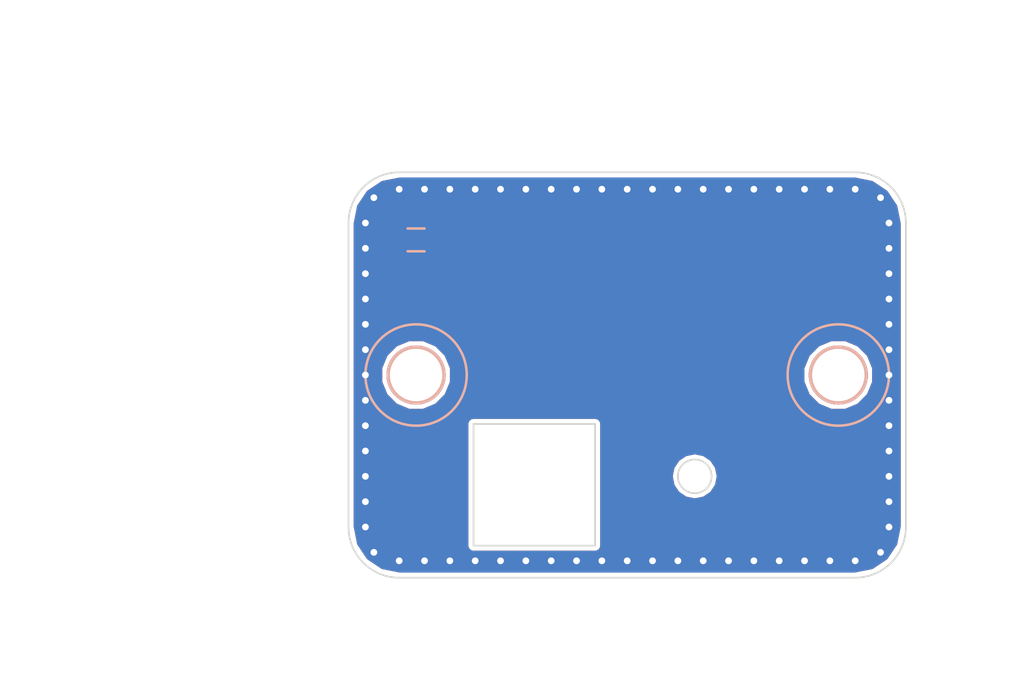
<source format=kicad_pcb>
(kicad_pcb (version 4) (host pcbnew "(2015-05-21 BZR 5674)-product")

  (general
    (links 1)
    (no_connects 0)
    (area 111.949999 88.949999 145.050001 113.050001)
    (thickness 1.6)
    (drawings 33)
    (tracks 146)
    (zones 0)
    (modules 4)
    (nets 2)
  )

  (page A4)
  (layers
    (0 F.Cu signal)
    (31 B.Cu signal)
    (32 B.Adhes user)
    (33 F.Adhes user)
    (34 B.Paste user)
    (35 F.Paste user)
    (36 B.SilkS user)
    (37 F.SilkS user)
    (38 B.Mask user)
    (39 F.Mask user)
    (40 Dwgs.User user)
    (41 Cmts.User user)
    (42 Eco1.User user)
    (43 Eco2.User user)
    (44 Edge.Cuts user)
    (45 Margin user)
    (46 B.CrtYd user)
    (47 F.CrtYd user)
    (48 B.Fab user)
    (49 F.Fab user)
  )

  (setup
    (last_trace_width 0.25)
    (trace_clearance 0.2)
    (zone_clearance 0.254)
    (zone_45_only no)
    (trace_min 0.2)
    (segment_width 0.2)
    (edge_width 0.1)
    (via_size 0.6)
    (via_drill 0.4)
    (via_min_size 0.4)
    (via_min_drill 0.3)
    (uvia_size 0.3)
    (uvia_drill 0.1)
    (uvias_allowed no)
    (uvia_min_size 0.2)
    (uvia_min_drill 0.1)
    (pcb_text_width 0.3)
    (pcb_text_size 1.5 1.5)
    (mod_edge_width 0.15)
    (mod_text_size 1 1)
    (mod_text_width 0.15)
    (pad_size 1.5 1.5)
    (pad_drill 0.6)
    (pad_to_mask_clearance 0)
    (aux_axis_origin 0 0)
    (visible_elements FFFFFF7F)
    (pcbplotparams
      (layerselection 0x00030_80000001)
      (usegerberextensions false)
      (excludeedgelayer true)
      (linewidth 0.100000)
      (plotframeref false)
      (viasonmask false)
      (mode 1)
      (useauxorigin false)
      (hpglpennumber 1)
      (hpglpenspeed 20)
      (hpglpendiameter 15)
      (hpglpenoverlay 2)
      (psnegative false)
      (psa4output false)
      (plotreference true)
      (plotvalue true)
      (plotinvisibletext false)
      (padsonsilk false)
      (subtractmaskfromsilk false)
      (outputformat 1)
      (mirror false)
      (drillshape 1)
      (scaleselection 1)
      (outputdirectory ""))
  )

  (net 0 "")
  (net 1 GND)

  (net_class Default "This is the default net class."
    (clearance 0.2)
    (trace_width 0.25)
    (via_dia 0.6)
    (via_drill 0.4)
    (uvia_dia 0.3)
    (uvia_drill 0.1)
    (add_net GND)
  )

  (module LOGO (layer F.Cu) (tedit 0) (tstamp 5574124E)
    (at 123 95.25)
    (fp_text reference G*** (at 0 0) (layer F.SilkS) hide
      (effects (font (thickness 0.3)))
    )
    (fp_text value "ESD Warn" (at 0.75 0) (layer F.SilkS) hide
      (effects (font (thickness 0.3)))
    )
    (fp_poly (pts (xy 3.485801 3.771504) (xy -0.368911 3.771513) (xy -0.376418 3.771513) (xy -0.376418 2.805827)
      (xy -0.379221 2.770833) (xy -0.386691 2.737173) (xy -0.398866 2.705035) (xy -0.403645 2.69533)
      (xy -0.414087 2.677333) (xy -0.425683 2.661798) (xy -0.439562 2.647441) (xy -0.456853 2.632973)
      (xy -0.461301 2.629591) (xy -0.488508 2.610931) (xy -0.514185 2.597029) (xy -0.538632 2.587904)
      (xy -0.562148 2.583575) (xy -0.585031 2.584061) (xy -0.60758 2.589381) (xy -0.630095 2.599554)
      (xy -0.652874 2.614598) (xy -0.676216 2.634534) (xy -0.685732 2.643835) (xy -0.69485 2.65324)
      (xy -0.703749 2.662863) (xy -0.712699 2.67307) (xy -0.721971 2.684224) (xy -0.731837 2.696689)
      (xy -0.742567 2.710831) (xy -0.754433 2.727014) (xy -0.767707 2.745601) (xy -0.782659 2.766957)
      (xy -0.799561 2.791448) (xy -0.818683 2.819436) (xy -0.840298 2.851287) (xy -0.841794 2.853497)
      (xy -0.864617 2.8907) (xy -0.883492 2.928851) (xy -0.898168 2.967322) (xy -0.908397 3.005484)
      (xy -0.912967 3.033244) (xy -0.914279 3.049923) (xy -0.914749 3.069268) (xy -0.914421 3.08956)
      (xy -0.913338 3.109073) (xy -0.911544 3.126087) (xy -0.910458 3.132777) (xy -0.90345 3.162571)
      (xy -0.894097 3.190743) (xy -0.882706 3.216827) (xy -0.869585 3.240357) (xy -0.855042 3.260867)
      (xy -0.839384 3.277891) (xy -0.82292 3.290964) (xy -0.805957 3.299619) (xy -0.79875 3.301826)
      (xy -0.786777 3.303515) (xy -0.77234 3.303755) (xy -0.757827 3.302603) (xy -0.747376 3.300614)
      (xy -0.732427 3.295471) (xy -0.715094 3.287595) (xy -0.69673 3.277691) (xy -0.678692 3.266461)
      (xy -0.670083 3.26047) (xy -0.6457 3.241489) (xy -0.619419 3.218625) (xy -0.591798 3.192439)
      (xy -0.563391 3.163497) (xy -0.534756 3.13236) (xy -0.50645 3.099593) (xy -0.484006 3.07207)
      (xy -0.455291 3.03309) (xy -0.430957 2.994107) (xy -0.411043 2.955312) (xy -0.395592 2.916895)
      (xy -0.384644 2.879049) (xy -0.378239 2.841962) (xy -0.376418 2.805827) (xy -0.376418 3.771513)
      (xy -1.620966 3.771516) (xy -1.620966 3.180021) (xy -1.622693 3.154886) (xy -1.626564 3.125633)
      (xy -1.632584 3.092173) (xy -1.640761 3.054416) (xy -1.651102 3.012272) (xy -1.663614 2.965651)
      (xy -1.666958 2.953725) (xy -1.67718 2.918017) (xy -1.686435 2.886833) (xy -1.694908 2.859751)
      (xy -1.702784 2.836348) (xy -1.710251 2.8162) (xy -1.717493 2.798885) (xy -1.724697 2.783981)
      (xy -1.732047 2.771064) (xy -1.739731 2.759712) (xy -1.747933 2.749501) (xy -1.756839 2.74001)
      (xy -1.763756 2.733418) (xy -1.786768 2.715684) (xy -1.812086 2.702409) (xy -1.839333 2.693739)
      (xy -1.868135 2.689819) (xy -1.877154 2.689591) (xy -1.899028 2.690555) (xy -1.917206 2.693581)
      (xy -1.932721 2.698874) (xy -1.938391 2.70166) (xy -1.946112 2.706716) (xy -1.951759 2.712914)
      (xy -1.955606 2.721055) (xy -1.957928 2.731939) (xy -1.959002 2.746369) (xy -1.95914 2.761974)
      (xy -1.958511 2.780885) (xy -1.95686 2.79672) (xy -1.953969 2.811415) (xy -1.953314 2.814038)
      (xy -1.940914 2.856426) (xy -1.925187 2.899902) (xy -1.905988 2.944766) (xy -1.88317 2.991318)
      (xy -1.856588 3.039856) (xy -1.826094 3.090681) (xy -1.793956 3.140474) (xy -1.776143 3.166692)
      (xy -1.760343 3.188717) (xy -1.746248 3.206871) (xy -1.733554 3.221483) (xy -1.721956 3.232876)
      (xy -1.711147 3.241376) (xy -1.700824 3.24731) (xy -1.690681 3.251003) (xy -1.690201 3.251127)
      (xy -1.681638 3.252099) (xy -1.670335 3.251838) (xy -1.658428 3.250531) (xy -1.648054 3.248367)
      (xy -1.644228 3.247072) (xy -1.635346 3.241179) (xy -1.628571 3.231617) (xy -1.623912 3.218296)
      (xy -1.621374 3.201128) (xy -1.620966 3.180021) (xy -1.620966 3.771516) (xy -4.223624 3.771523)
      (xy -4.212341 3.75057) (xy -4.210588 3.747291) (xy -4.206504 3.739637) (xy -4.200146 3.727716)
      (xy -4.191573 3.711636) (xy -4.180841 3.691505) (xy -4.168009 3.667432) (xy -4.153134 3.639523)
      (xy -4.136272 3.607887) (xy -4.117483 3.572633) (xy -4.096823 3.533868) (xy -4.074351 3.491699)
      (xy -4.050123 3.446236) (xy -4.024196 3.397586) (xy -3.99663 3.345857) (xy -3.967481 3.291156)
      (xy -3.936806 3.233593) (xy -3.904664 3.173275) (xy -3.871112 3.11031) (xy -3.836207 3.044806)
      (xy -3.800007 2.976871) (xy -3.76257 2.906613) (xy -3.723952 2.83414) (xy -3.684212 2.75956)
      (xy -3.643408 2.682981) (xy -3.601596 2.604511) (xy -3.558834 2.524259) (xy -3.51518 2.442331)
      (xy -3.470691 2.358836) (xy -3.425425 2.273882) (xy -3.37944 2.187577) (xy -3.332793 2.100029)
      (xy -3.285541 2.011346) (xy -3.249752 1.944175) (xy -3.202152 1.854844) (xy -3.155134 1.766614)
      (xy -3.108754 1.67959) (xy -3.06307 1.59388) (xy -3.018136 1.50959) (xy -2.974012 1.426826)
      (xy -2.930753 1.345695) (xy -2.888416 1.266304) (xy -2.847059 1.188757) (xy -2.806737 1.113163)
      (xy -2.767508 1.039627) (xy -2.729429 0.968256) (xy -2.692556 0.899156) (xy -2.656946 0.832433)
      (xy -2.622657 0.768195) (xy -2.589744 0.706547) (xy -2.558264 0.647596) (xy -2.528276 0.591448)
      (xy -2.499834 0.53821) (xy -2.472997 0.487988) (xy -2.447821 0.440888) (xy -2.424362 0.397017)
      (xy -2.402678 0.356482) (xy -2.382825 0.319388) (xy -2.364861 0.285842) (xy -2.348842 0.255951)
      (xy -2.334824 0.22982) (xy -2.322865 0.207557) (xy -2.313022 0.189268) (xy -2.305351 0.175059)
      (xy -2.299909 0.165037) (xy -2.296753 0.159307) (xy -2.295914 0.157886) (xy -2.293462 0.159091)
      (xy -2.286991 0.162824) (xy -2.276787 0.16891) (xy -2.263132 0.177175) (xy -2.24631 0.187445)
      (xy -2.226605 0.199544) (xy -2.204299 0.213299) (xy -2.179677 0.228535) (xy -2.153022 0.245078)
      (xy -2.124617 0.262753) (xy -2.094745 0.281385) (xy -2.064938 0.300021) (xy -1.836494 0.443003)
      (xy -1.84113 0.450714) (xy -1.843125 0.454201) (xy -1.847368 0.461747) (xy -1.853645 0.472969)
      (xy -1.861743 0.487483) (xy -1.871448 0.504905) (xy -1.882547 0.524851) (xy -1.894825 0.546939)
      (xy -1.908069 0.570782) (xy -1.922066 0.596) (xy -1.930281 0.610809) (xy -1.96723 0.67725)
      (xy -2.002013 0.739414) (xy -2.034772 0.797549) (xy -2.065651 0.851903) (xy -2.094794 0.902723)
      (xy -2.122342 0.950256) (xy -2.14844 0.994749) (xy -2.173231 1.036451) (xy -2.196858 1.075608)
      (xy -2.219464 1.112469) (xy -2.237631 1.141616) (xy -2.249197 1.160157) (xy -2.258395 1.175272)
      (xy -2.26565 1.187775) (xy -2.271387 1.198481) (xy -2.276032 1.208206) (xy -2.280011 1.217764)
      (xy -2.283747 1.227972) (xy -2.285729 1.233784) (xy -2.292663 1.258124) (xy -2.297408 1.283684)
      (xy -2.300131 1.311656) (xy -2.301 1.342991) (xy -2.300709 1.364362) (xy -2.29977 1.385719)
      (xy -2.298102 1.407569) (xy -2.295624 1.430419) (xy -2.292254 1.454776) (xy -2.287912 1.481148)
      (xy -2.282516 1.510041) (xy -2.275985 1.541963) (xy -2.268237 1.57742) (xy -2.259191 1.616921)
      (xy -2.252701 1.644485) (xy -2.240802 1.695506) (xy -2.228275 1.750997) (xy -2.215239 1.810405)
      (xy -2.201813 1.873176) (xy -2.188115 1.938756) (xy -2.174264 2.006591) (xy -2.163877 2.058464)
      (xy -2.157214 2.091605) (xy -2.150252 2.125473) (xy -2.143165 2.159264) (xy -2.136126 2.192173)
      (xy -2.12931 2.223398) (xy -2.122891 2.252132) (xy -2.117042 2.277573) (xy -2.111938 2.298915)
      (xy -2.111422 2.30101) (xy -2.097794 2.352955) (xy -2.083789 2.400042) (xy -2.069312 2.442485)
      (xy -2.054267 2.480498) (xy -2.038561 2.514295) (xy -2.022098 2.544089) (xy -2.004785 2.570094)
      (xy -1.986525 2.592524) (xy -1.978571 2.600909) (xy -1.96828 2.610409) (xy -1.958224 2.61754)
      (xy -1.947655 2.622421) (xy -1.935829 2.625165) (xy -1.921998 2.625888) (xy -1.905418 2.624707)
      (xy -1.88534 2.621737) (xy -1.866713 2.61824) (xy -1.849762 2.615011) (xy -1.836366 2.612863)
      (xy -1.825151 2.611653) (xy -1.814743 2.611234) (xy -1.803769 2.611461) (xy -1.803068 2.611491)
      (xy -1.790654 2.612261) (xy -1.781339 2.613572) (xy -1.773143 2.615891) (xy -1.764086 2.619687)
      (xy -1.759804 2.621711) (xy -1.742416 2.631877) (xy -1.727581 2.644813) (xy -1.726817 2.645613)
      (xy -1.71674 2.657084) (xy -1.707241 2.669765) (xy -1.698196 2.683989) (xy -1.68948 2.700093)
      (xy -1.680968 2.718411) (xy -1.672537 2.73928) (xy -1.664062 2.763034) (xy -1.655417 2.790009)
      (xy -1.64648 2.82054) (xy -1.637125 2.854963) (xy -1.627228 2.893613) (xy -1.616664 2.936825)
      (xy -1.612929 2.952486) (xy -1.603222 2.993187) (xy -1.594492 3.029272) (xy -1.586646 3.061091)
      (xy -1.579588 3.088993) (xy -1.573224 3.113329) (xy -1.56746 3.134446) (xy -1.562201 3.152696)
      (xy -1.557352 3.168427) (xy -1.55282 3.18199) (xy -1.548509 3.193732) (xy -1.545977 3.20008)
      (xy -1.536264 3.221564) (xy -1.526756 3.238203) (xy -1.517267 3.250217) (xy -1.507609 3.257825)
      (xy -1.497595 3.261247) (xy -1.493507 3.261494) (xy -1.486387 3.261007) (xy -1.480493 3.259307)
      (xy -1.474626 3.255698) (xy -1.467586 3.249483) (xy -1.460453 3.242322) (xy -1.44336 3.222682)
      (xy -1.425829 3.198689) (xy -1.408209 3.171011) (xy -1.390848 3.140313) (xy -1.374094 3.10726)
      (xy -1.358296 3.07252) (xy -1.343801 3.036758) (xy -1.33096 3.00064) (xy -1.326126 2.985471)
      (xy -1.308948 2.922058) (xy -1.296713 2.85966) (xy -1.289413 2.798154) (xy -1.287041 2.737419)
      (xy -1.289589 2.67733) (xy -1.29705 2.617767) (xy -1.30177 2.592272) (xy -1.312458 2.545305)
      (xy -1.32462 2.502694) (xy -1.338471 2.463873) (xy -1.354227 2.428278) (xy -1.372103 2.395342)
      (xy -1.384161 2.376286) (xy -1.389839 2.36796) (xy -1.395468 2.360143) (xy -1.401512 2.352298)
      (xy -1.408433 2.343888) (xy -1.416696 2.334376) (xy -1.426765 2.323225) (xy -1.439102 2.309898)
      (xy -1.454172 2.293858) (xy -1.467272 2.280015) (xy -1.478917 2.267317) (xy -1.488488 2.255654)
      (xy -1.496136 2.244384) (xy -1.502011 2.232868) (xy -1.506263 2.220463) (xy -1.509041 2.20653)
      (xy -1.510495 2.190426) (xy -1.510776 2.171511) (xy -1.510034 2.149144) (xy -1.508418 2.122685)
      (xy -1.507391 2.108543) (xy -1.504152 2.06046) (xy -1.501638 2.011865) (xy -1.499848 1.962256)
      (xy -1.498783 1.91113) (xy -1.498444 1.857984) (xy -1.49883 1.802317) (xy -1.499941 1.743626)
      (xy -1.501777 1.681407) (xy -1.50434 1.615159) (xy -1.507575 1.545435) (xy -1.509182 1.510298)
      (xy -1.510417 1.477117) (xy -1.511279 1.446292) (xy -1.511765 1.418221) (xy -1.511873 1.393307)
      (xy -1.5116 1.371947) (xy -1.510944 1.354543) (xy -1.509903 1.341493) (xy -1.508831 1.334636)
      (xy -1.505481 1.323854) (xy -1.499474 1.309317) (xy -1.491058 1.291438) (xy -1.48048 1.270633)
      (xy -1.467987 1.247313) (xy -1.453827 1.221893) (xy -1.438246 1.194786) (xy -1.421491 1.166405)
      (xy -1.403811 1.137164) (xy -1.385451 1.107477) (xy -1.36666 1.077757) (xy -1.347683 1.048417)
      (xy -1.328769 1.019871) (xy -1.310165 0.992532) (xy -1.292116 0.966814) (xy -1.274872 0.943131)
      (xy -1.274671 0.942861) (xy -1.26439 0.929254) (xy -1.253254 0.914866) (xy -1.241804 0.900362)
      (xy -1.23058 0.886406) (xy -1.220123 0.873662) (xy -1.210974 0.862793) (xy -1.203673 0.854465)
      (xy -1.198762 0.849341) (xy -1.197929 0.848604) (xy -1.196351 0.847895) (xy -1.193911 0.848062)
      (xy -1.190162 0.849347) (xy -1.184654 0.851993) (xy -1.17694 0.856242) (xy -1.166571 0.862338)
      (xy -1.153099 0.870522) (xy -1.136076 0.881037) (xy -1.123209 0.889041) (xy -1.105991 0.899776)
      (xy -1.089993 0.909765) (xy -1.07577 0.918659) (xy -1.063873 0.926114) (xy -1.054856 0.931783)
      (xy -1.049272 0.935318) (xy -1.04781 0.936265) (xy -1.044975 0.938578) (xy -1.045593 0.940358)
      (xy -1.050252 0.942687) (xy -1.05162 0.943272) (xy -1.061285 0.948321) (xy -1.071849 0.955751)
      (xy -1.083515 0.965787) (xy -1.096483 0.978659) (xy -1.110954 0.994592) (xy -1.127129 1.013814)
      (xy -1.145209 1.036552) (xy -1.165396 1.063034) (xy -1.187889 1.093487) (xy -1.203432 1.114948)
      (xy -1.228396 1.149322) (xy -1.251471 1.180394) (xy -1.273434 1.209187) (xy -1.295061 1.236721)
      (xy -1.310504 1.255904) (xy -1.328818 1.279266) (xy -1.343592 1.300259) (xy -1.355169 1.319788)
      (xy -1.363894 1.338757) (xy -1.370111 1.35807) (xy -1.374164 1.378633) (xy -1.376396 1.401348)
      (xy -1.377152 1.427121) (xy -1.377159 1.431147) (xy -1.376906 1.449286) (xy -1.376121 1.467227)
      (xy -1.374714 1.485833) (xy -1.372594 1.505971) (xy -1.36967 1.528506) (xy -1.365852 1.554304)
      (xy -1.361225 1.58316) (xy -1.355969 1.61678) (xy -1.351937 1.646814) (xy -1.349012 1.674579)
      (xy -1.347076 1.701387) (xy -1.346013 1.728555) (xy -1.345705 1.757395) (xy -1.345705 1.757504)
      (xy -1.346079 1.785295) (xy -1.347232 1.811092) (xy -1.349302 1.836131) (xy -1.35243 1.861648)
      (xy -1.356756 1.888879) (xy -1.36242 1.919059) (xy -1.365988 1.936556) (xy -1.372276 1.967703)
      (xy -1.377233 1.994741) (xy -1.380918 2.018446) (xy -1.383389 2.039597) (xy -1.384702 2.05897)
      (xy -1.384915 2.077341) (xy -1.384087 2.09549) (xy -1.382275 2.114191) (xy -1.380293 2.129128)
      (xy -1.374949 2.160398) (xy -1.368179 2.190945) (xy -1.360182 2.220314) (xy -1.351156 2.248048)
      (xy -1.3413 2.27369) (xy -1.330812 2.296784) (xy -1.319891 2.316874) (xy -1.308737 2.333503)
      (xy -1.297547 2.346215) (xy -1.28652 2.354554) (xy -1.281118 2.356945) (xy -1.268298 2.358647)
      (xy -1.253291 2.356327) (xy -1.23654 2.350309) (xy -1.218485 2.340918) (xy -1.199569 2.328478)
      (xy -1.180233 2.313313) (xy -1.160919 2.295748) (xy -1.142069 2.276107) (xy -1.124123 2.254715)
      (xy -1.107524 2.231896) (xy -1.104319 2.227059) (xy -1.084413 2.192203) (xy -1.068053 2.154567)
      (xy -1.055454 2.115021) (xy -1.046824 2.074436) (xy -1.042377 2.033684) (xy -1.042323 1.993635)
      (xy -1.043666 1.977192) (xy -1.046259 1.956388) (xy -1.049527 1.936713) (xy -1.053702 1.91743)
      (xy -1.059012 1.897801) (xy -1.065689 1.877088) (xy -1.073962 1.854554) (xy -1.084061 1.829461)
      (xy -1.096217 1.801072) (xy -1.104368 1.782657) (xy -1.1131 1.762977) (xy -1.122317 1.741976)
      (xy -1.131451 1.720963) (xy -1.139936 1.701246) (xy -1.147203 1.684133) (xy -1.150456 1.67635)
      (xy -1.164655 1.641055) (xy -1.176398 1.609092) (xy -1.185672 1.579814) (xy -1.192461 1.552575)
      (xy -1.196751 1.526726) (xy -1.198525 1.501621) (xy -1.19777 1.476614) (xy -1.194469 1.451056)
      (xy -1.188608 1.424302) (xy -1.180173 1.395703) (xy -1.169146 1.364614) (xy -1.155515 1.330387)
      (xy -1.141636 1.29781) (xy -1.123077 1.256623) (xy -1.104434 1.218356) (xy -1.084919 1.181551)
      (xy -1.063744 1.144749) (xy -1.04012 1.106493) (xy -1.028201 1.087986) (xy -1.018847 1.073502)
      (xy -1.010018 1.059601) (xy -1.00225 1.047145) (xy -0.996079 1.036996) (xy -0.992042 1.030016)
      (xy -0.99145 1.028908) (xy -0.986127 1.015426) (xy -0.983441 1.001432) (xy -0.983639 0.988672)
      (xy -0.984982 0.98305) (xy -0.986521 0.977764) (xy -0.986644 0.975288) (xy -0.98656 0.975262)
      (xy -0.984008 0.976573) (xy -0.977618 0.980336) (xy -0.967797 0.986294) (xy -0.95495 0.994191)
      (xy -0.939484 1.00377) (xy -0.921805 1.014776) (xy -0.902319 1.026952) (xy -0.881432 1.040042)
      (xy -0.85955 1.05379) (xy -0.837079 1.067939) (xy -0.814425 1.082234) (xy -0.791995 1.096417)
      (xy -0.770193 1.110234) (xy -0.749428 1.123427) (xy -0.730103 1.13574) (xy -0.712626 1.146917)
      (xy -0.697403 1.156702) (xy -0.684839 1.164838) (xy -0.675341 1.17107) (xy -0.669314 1.175141)
      (xy -0.667166 1.176794) (xy -0.66717 1.176812) (xy -0.67083 1.178195) (xy -0.673616 1.178442)
      (xy -0.682443 1.180376) (xy -0.69335 1.185767) (xy -0.705382 1.193998) (xy -0.717585 1.204452)
      (xy -0.724244 1.21116) (xy -0.741584 1.233231) (xy -0.756421 1.259524) (xy -0.768677 1.289797)
      (xy -0.77827 1.323808) (xy -0.778284 1.323884) (xy -0.778284 1.166316) (xy -0.781175 1.148433)
      (xy -0.788979 1.130202) (xy -0.80174 1.111362) (xy -0.802504 1.110405) (xy -0.815541 1.0973)
      (xy -0.829565 1.089177) (xy -0.844576 1.086035) (xy -0.860575 1.087876) (xy -0.877563 1.094698)
      (xy -0.895541 1.106502) (xy -0.905921 1.115181) (xy -0.927904 1.137496) (xy -0.949322 1.164282)
      (xy -0.969904 1.194939) (xy -0.989375 1.228866) (xy -1.007461 1.265463) (xy -1.02389 1.304129)
      (xy -1.038387 1.344265) (xy -1.050679 1.38527) (xy -1.060493 1.426544) (xy -1.067554 1.467486)
      (xy -1.06801 1.470863) (xy -1.071307 1.509533) (xy -1.071588 1.551186) (xy -1.069019 1.594846)
      (xy -1.063765 1.639537) (xy -1.055992 1.684282) (xy -1.045865 1.728106) (xy -1.03355 1.770031)
      (xy -1.019213 1.809082) (xy -1.0055 1.839406) (xy -0.994877 1.858783) (xy -0.983106 1.877009)
      (xy -0.970777 1.893363) (xy -0.95848 1.907121) (xy -0.946807 1.917561) (xy -0.936491 1.923898)
      (xy -0.927433 1.926897) (xy -0.919337 1.926896) (xy -0.909942 1.923818) (xy -0.907926 1.922925)
      (xy -0.896357 1.915033) (xy -0.885791 1.90259) (xy -0.876342 1.886045) (xy -0.868122 1.865847)
      (xy -0.861244 1.842446) (xy -0.85582 1.816291) (xy -0.851965 1.787832) (xy -0.84979 1.757518)
      (xy -0.849408 1.725799) (xy -0.850772 1.69528) (xy -0.85287 1.670932) (xy -0.855673 1.647052)
      (xy -0.859351 1.622693) (xy -0.864069 1.596908) (xy -0.869995 1.568749) (xy -0.877296 1.537269)
      (xy -0.882131 1.517498) (xy -0.890011 1.484998) (xy -0.896402 1.456859) (xy -0.901385 1.432608)
      (xy -0.905041 1.411777) (xy -0.90745 1.393893) (xy -0.908692 1.378485) (xy -0.908849 1.365083)
      (xy -0.908722 1.361888) (xy -0.907768 1.349724) (xy -0.905916 1.339684) (xy -0.902633 1.330869)
      (xy -0.897381 1.32238) (xy -0.889625 1.313318) (xy -0.878829 1.302782) (xy -0.867322 1.292403)
      (xy -0.847903 1.27449) (xy -0.830019 1.256591) (xy -0.814236 1.239342) (xy -0.801119 1.223382)
      (xy -0.791233 1.209345) (xy -0.787067 1.202068) (xy -0.780262 1.184108) (xy -0.778284 1.166316)
      (xy -0.778284 1.323884) (xy -0.785122 1.361315) (xy -0.789153 1.402075) (xy -0.789564 1.409559)
      (xy -0.790292 1.450572) (xy -0.788539 1.490644) (xy -0.784412 1.529093) (xy -0.778022 1.565238)
      (xy -0.769478 1.598395) (xy -0.758889 1.627883) (xy -0.752349 1.642058) (xy -0.745335 1.653993)
      (xy -0.736789 1.665594) (xy -0.727707 1.675719) (xy -0.719086 1.683226) (xy -0.713693 1.686381)
      (xy -0.701336 1.688839) (xy -0.687363 1.686977) (xy -0.672397 1.681034) (xy -0.65706 1.671251)
      (xy -0.643524 1.659427) (xy -0.627761 1.640526) (xy -0.61653 1.619592) (xy -0.609765 1.596433)
      (xy -0.607399 1.570856) (xy -0.60786 1.556887) (xy -0.611127 1.533724) (xy -0.617668 1.513441)
      (xy -0.627928 1.494702) (xy -0.62909 1.492986) (xy -0.638427 1.478177) (xy -0.644998 1.464343)
      (xy -0.649444 1.449689) (xy -0.652406 1.432418) (xy -0.65321 1.425424) (xy -0.654614 1.399875)
      (xy -0.652903 1.377785) (xy -0.647831 1.358417) (xy -0.639149 1.341036) (xy -0.62661 1.324908)
      (xy -0.61578 1.314304) (xy -0.607174 1.306224) (xy -0.599736 1.29855) (xy -0.594516 1.292402)
      (xy -0.592932 1.290001) (xy -0.590577 1.282067) (xy -0.589438 1.270767) (xy -0.589517 1.257667)
      (xy -0.590819 1.244333) (xy -0.592823 1.234238) (xy -0.594693 1.226615) (xy -0.59578 1.221351)
      (xy -0.595894 1.219825) (xy -0.593709 1.221045) (xy -0.587578 1.224743) (xy -0.577855 1.230699)
      (xy -0.564898 1.238691) (xy -0.549062 1.248499) (xy -0.530704 1.259901) (xy -0.51018 1.272679)
      (xy -0.487847 1.286609) (xy -0.464059 1.301473) (xy -0.453242 1.30824) (xy -0.428821 1.323521)
      (xy -0.405619 1.338034) (xy -0.384005 1.35155) (xy -0.364343 1.363839) (xy -0.347001 1.374673)
      (xy -0.332346 1.383823) (xy -0.320744 1.391059) (xy -0.312562 1.396153) (xy -0.308167 1.398875)
      (xy -0.307542 1.399254) (xy -0.306542 1.402633) (xy -0.308613 1.409512) (xy -0.313513 1.419537)
      (xy -0.321002 1.432354) (xy -0.330841 1.44761) (xy -0.342789 1.464952) (xy -0.356606 1.484025)
      (xy -0.372052 1.504476) (xy -0.388887 1.525952) (xy -0.406871 1.548099) (xy -0.416295 1.559404)
      (xy -0.426375 1.571316) (xy -0.436974 1.583682) (xy -0.448443 1.596897) (xy -0.46113 1.611356)
      (xy -0.475386 1.627453) (xy -0.49156 1.645582) (xy -0.510003 1.666139) (xy -0.531065 1.689517)
      (xy -0.555094 1.716112) (xy -0.563822 1.725757) (xy -0.600478 1.766419) (xy -0.633873 1.803828)
      (xy -0.664313 1.838347) (xy -0.692102 1.870342) (xy -0.717546 1.900177) (xy -0.74095 1.928216)
      (xy -0.762617 1.954824) (xy -0.782854 1.980366) (xy -0.801965 2.005205) (xy -0.820254 2.029708)
      (xy -0.834689 2.049575) (xy -0.861413 2.088466) (xy -0.886565 2.128389) (xy -0.909674 2.168485)
      (xy -0.93027 2.2079) (xy -0.947881 2.245777) (xy -0.961789 2.280577) (xy -0.969456 2.303041)
      (xy -0.975873 2.324973) (xy -0.981188 2.347236) (xy -0.98555 2.370688) (xy -0.989109 2.396191)
      (xy -0.992013 2.424605) (xy -0.994412 2.456791) (xy -0.995492 2.474982) (xy -0.996908 2.499708)
      (xy -0.998458 2.524922) (xy -1.000188 2.551234) (xy -1.002141 2.579253) (xy -1.00436 2.609587)
      (xy -1.006891 2.642846) (xy -1.009778 2.679639) (xy -1.013063 2.720574) (xy -1.014881 2.742926)
      (xy -1.017971 2.781978) (xy -1.02046 2.816294) (xy -1.022342 2.846182) (xy -1.023613 2.871948)
      (xy -1.024269 2.893902) (xy -1.024303 2.91235) (xy -1.023711 2.9276) (xy -1.02249 2.939961)
      (xy -1.020633 2.949741) (xy -1.018136 2.957246) (xy -1.014994 2.962785) (xy -1.011389 2.96652)
      (xy -1.004801 2.970517) (xy -0.998987 2.970732) (xy -0.992715 2.96693) (xy -0.987607 2.961979)
      (xy -0.983696 2.957622) (xy -0.979817 2.952729) (xy -0.975679 2.946803) (xy -0.970993 2.939344)
      (xy -0.965467 2.929855) (xy -0.958813 2.917835) (xy -0.950739 2.902787) (xy -0.940957 2.884213)
      (xy -0.929175 2.861613) (xy -0.928968 2.861216) (xy -0.913761 2.832122) (xy -0.90037 2.806894)
      (xy -0.888398 2.784824) (xy -0.877448 2.765206) (xy -0.867123 2.747332) (xy -0.857027 2.730495)
      (xy -0.846762 2.713989) (xy -0.843126 2.708269) (xy -0.813775 2.664947) (xy -0.784289 2.626677)
      (xy -0.75464 2.593433) (xy -0.7248 2.565191) (xy -0.69474 2.541924) (xy -0.664431 2.523607)
      (xy -0.633846 2.510213) (xy -0.618378 2.505337) (xy -0.598437 2.501517) (xy -0.575081 2.499795)
      (xy -0.549475 2.500076) (xy -0.522786 2.502263) (xy -0.496178 2.50626) (xy -0.470819 2.51197)
      (xy -0.447872 2.519298) (xy -0.447456 2.519456) (xy -0.422841 2.53004) (xy -0.401349 2.542016)
      (xy -0.38247 2.555934) (xy -0.365698 2.57234) (xy -0.350525 2.591784) (xy -0.336443 2.614812)
      (xy -0.322946 2.641974) (xy -0.313394 2.664176) (xy -0.305006 2.682133) (xy -0.29649 2.695171)
      (xy -0.287705 2.703451) (xy -0.278509 2.707135) (xy -0.275396 2.707369) (xy -0.270412 2.707066)
      (xy -0.265387 2.706002) (xy -0.260109 2.703947) (xy -0.254364 2.700671) (xy -0.24794 2.695944)
      (xy -0.240625 2.689534) (xy -0.232206 2.681211) (xy -0.222471 2.670746) (xy -0.211208 2.657906)
      (xy -0.198203 2.642463) (xy -0.183244 2.624185) (xy -0.166119 2.602843) (xy -0.146615 2.578204)
      (xy -0.12452 2.55004) (xy -0.099622 2.51812) (xy -0.092734 2.509269) (xy -0.065056 2.473733)
      (xy -0.040106 2.441808) (xy -0.017534 2.413062) (xy 0.003008 2.387064) (xy 0.021872 2.363384)
      (xy 0.039405 2.34159) (xy 0.055957 2.32125) (xy 0.071878 2.301935) (xy 0.087517 2.283213)
      (xy 0.103223 2.264653) (xy 0.119345 2.245823) (xy 0.136234 2.226294) (xy 0.141934 2.219738)
      (xy 0.178336 2.178653) (xy 0.216397 2.137071) (xy 0.255468 2.09565) (xy 0.294902 2.055046)
      (xy 0.334049 2.015918) (xy 0.372262 1.978922) (xy 0.408892 1.944716) (xy 0.44329 1.913956)
      (xy 0.445665 1.91189) (xy 0.473542 1.887693) (xy 0.482492 1.893331) (xy 0.485864 1.895446)
      (xy 0.493381 1.900152) (xy 0.504908 1.907367) (xy 0.520312 1.917006) (xy 0.539459 1.928986)
      (xy 0.562215 1.943222) (xy 0.588445 1.959632) (xy 0.618018 1.978131) (xy 0.650797 1.998637)
      (xy 0.686651 2.021064) (xy 0.725444 2.045329) (xy 0.767043 2.07135) (xy 0.811313 2.099041)
      (xy 0.858123 2.12832) (xy 0.907336 2.159102) (xy 0.95882 2.191304) (xy 1.012441 2.224842)
      (xy 1.068065 2.259632) (xy 1.125557 2.295591) (xy 1.184785 2.332636) (xy 1.245614 2.370681)
      (xy 1.307911 2.409644) (xy 1.371541 2.449441) (xy 1.436371 2.489989) (xy 1.502266 2.531202)
      (xy 1.569094 2.572999) (xy 1.63672 2.615294) (xy 1.705011 2.658005) (xy 1.773832 2.701047)
      (xy 1.843049 2.744338) (xy 1.91253 2.787792) (xy 1.98214 2.831327) (xy 2.051744 2.874859)
      (xy 2.12121 2.918304) (xy 2.190404 2.961578) (xy 2.259191 3.004598) (xy 2.327437 3.04728)
      (xy 2.39501 3.08954) (xy 2.461775 3.131295) (xy 2.527598 3.17246) (xy 2.592346 3.212953)
      (xy 2.655884 3.252689) (xy 2.718078 3.291585) (xy 2.778796 3.329556) (xy 2.837902 3.36652)
      (xy 2.895264 3.402393) (xy 2.950747 3.43709) (xy 3.004217 3.470529) (xy 3.055541 3.502625)
      (xy 3.104585 3.533295) (xy 3.151215 3.562454) (xy 3.195297 3.59002) (xy 3.236697 3.615909)
      (xy 3.275282 3.640037) (xy 3.310917 3.662319) (xy 3.343468 3.682673) (xy 3.372803 3.701015)
      (xy 3.398787 3.717262) (xy 3.421285 3.731328) (xy 3.440166 3.743131) (xy 3.455293 3.752587)
      (xy 3.466534 3.759612) (xy 3.473755 3.764123) (xy 3.476822 3.766035) (xy 3.476912 3.766091)
      (xy 3.485801 3.771504) (xy 3.485801 3.771504)) (layer F.Mask) (width 0))
    (fp_poly (pts (xy 3.831508 3.022298) (xy 3.829335 3.020963) (xy 3.82297 3.017007) (xy 3.812529 3.010501)
      (xy 3.798127 3.001517) (xy 3.779879 2.990129) (xy 3.7579 2.976406) (xy 3.732306 2.960422)
      (xy 3.703212 2.942248) (xy 3.670732 2.921957) (xy 3.634982 2.89962) (xy 3.596078 2.87531)
      (xy 3.554134 2.849098) (xy 3.509265 2.821056) (xy 3.461587 2.791257) (xy 3.411215 2.759772)
      (xy 3.358264 2.726673) (xy 3.30285 2.692032) (xy 3.245086 2.655922) (xy 3.185089 2.618414)
      (xy 3.122974 2.579581) (xy 3.058856 2.539493) (xy 2.99285 2.498224) (xy 2.925071 2.455845)
      (xy 2.855634 2.412429) (xy 2.784655 2.368046) (xy 2.712249 2.32277) (xy 2.638531 2.276672)
      (xy 2.563616 2.229824) (xy 2.487619 2.182298) (xy 2.479865 2.177449) (xy 2.403761 2.129856)
      (xy 2.328726 2.08293) (xy 2.254876 2.036745) (xy 2.182326 1.991372) (xy 2.111191 1.946883)
      (xy 2.041585 1.90335) (xy 1.973626 1.860846) (xy 1.907426 1.819443) (xy 1.843103 1.779212)
      (xy 1.780771 1.740226) (xy 1.720545 1.702557) (xy 1.66254 1.666276) (xy 1.606872 1.631456)
      (xy 1.553656 1.59817) (xy 1.503006 1.566488) (xy 1.45504 1.536483) (xy 1.40987 1.508228)
      (xy 1.367614 1.481793) (xy 1.328385 1.457252) (xy 1.292299 1.434676) (xy 1.259472 1.414138)
      (xy 1.230018 1.395709) (xy 1.204053 1.379461) (xy 1.181692 1.365468) (xy 1.16305 1.353799)
      (xy 1.148242 1.344529) (xy 1.137385 1.337728) (xy 1.130591 1.333469) (xy 1.127978 1.331825)
      (xy 1.127951 1.331807) (xy 1.127898 1.331436) (xy 1.128406 1.330535) (xy 1.12974 1.328818)
      (xy 1.132167 1.325997) (xy 1.135951 1.321784) (xy 1.141357 1.315893) (xy 1.148652 1.308035)
      (xy 1.158101 1.297924) (xy 1.16997 1.285272) (xy 1.184523 1.269792) (xy 1.202026 1.251197)
      (xy 1.222745 1.229199) (xy 1.22312 1.228801) (xy 1.240388 1.210388) (xy 1.257603 1.191861)
      (xy 1.274979 1.172971) (xy 1.292735 1.153469) (xy 1.311085 1.133109) (xy 1.330247 1.111643)
      (xy 1.350438 1.088822) (xy 1.371873 1.064399) (xy 1.39477 1.038125) (xy 1.419345 1.009753)
      (xy 1.445814 0.979036) (xy 1.474394 0.945725) (xy 1.505302 0.909571) (xy 1.538754 0.870329)
      (xy 1.574967 0.827749) (xy 1.614157 0.781584) (xy 1.625446 0.768273) (xy 1.673707 0.711423)
      (xy 1.71913 0.658061) (xy 1.762094 0.607749) (xy 1.802983 0.560049) (xy 1.842179 0.514522)
      (xy 1.880063 0.470729) (xy 1.917017 0.428231) (xy 1.953424 0.386591) (xy 1.989664 0.345368)
      (xy 2.026121 0.304126) (xy 2.063177 0.262424) (xy 2.101212 0.219825) (xy 2.140609 0.17589)
      (xy 2.162319 0.15175) (xy 2.179125 0.133111) (xy 2.194906 0.115671) (xy 2.209337 0.099784)
      (xy 2.222092 0.085806) (xy 2.232846 0.074091) (xy 2.241273 0.064995) (xy 2.24705 0.058874)
      (xy 2.249849 0.056081) (xy 2.250054 0.055944) (xy 2.251317 0.05817) (xy 2.254905 0.064761)
      (xy 2.260756 0.075601) (xy 2.268807 0.090572) (xy 2.278995 0.109555) (xy 2.291258 0.132435)
      (xy 2.305532 0.159093) (xy 2.321755 0.189412) (xy 2.339865 0.223274) (xy 2.359799 0.260562)
      (xy 2.381493 0.301158) (xy 2.404885 0.344946) (xy 2.429913 0.391807) (xy 2.456514 0.441624)
      (xy 2.484625 0.49428) (xy 2.514183 0.549656) (xy 2.545126 0.607637) (xy 2.577391 0.668103)
      (xy 2.610915 0.730939) (xy 2.645636 0.796025) (xy 2.681491 0.863245) (xy 2.718417 0.932482)
      (xy 2.756351 1.003617) (xy 2.795231 1.076534) (xy 2.834994 1.151115) (xy 2.875577 1.227242)
      (xy 2.916917 1.304798) (xy 2.958953 1.383665) (xy 3.001621 1.463726) (xy 3.031187 1.519208)
      (xy 3.074328 1.600168) (xy 3.116907 1.68007) (xy 3.158858 1.758796) (xy 3.200118 1.836224)
      (xy 3.240624 1.912237) (xy 3.280311 1.986713) (xy 3.319116 2.059534) (xy 3.356976 2.130581)
      (xy 3.393825 2.199732) (xy 3.429602 2.266869) (xy 3.464242 2.331873) (xy 3.49768 2.394623)
      (xy 3.529855 2.455) (xy 3.560701 2.512884) (xy 3.590155 2.568157) (xy 3.618154 2.620697)
      (xy 3.644633 2.670386) (xy 3.66953 2.717105) (xy 3.692779 2.760732) (xy 3.714318 2.80115)
      (xy 3.734082 2.838238) (xy 3.752009 2.871876) (xy 3.768034 2.901946) (xy 3.782093 2.928327)
      (xy 3.794123 2.9509) (xy 3.80406 2.969546) (xy 3.811841 2.984144) (xy 3.817401 2.994575)
      (xy 3.820677 3.00072) (xy 3.821546 3.00235) (xy 3.826184 3.011165) (xy 3.829636 3.017987)
      (xy 3.831403 3.021816) (xy 3.831508 3.022298) (xy 3.831508 3.022298)) (layer F.Mask) (width 0))
    (fp_poly (pts (xy 1.478132 -1.391064) (xy 1.476138 -1.389053) (xy 1.470576 -1.384635) (xy 1.462076 -1.378264)
      (xy 1.45127 -1.370392) (xy 1.438788 -1.361473) (xy 1.42526 -1.351959) (xy 1.411317 -1.342302)
      (xy 1.39759 -1.332957) (xy 1.391781 -1.32906) (xy 1.313139 -1.278779) (xy 1.232181 -1.231397)
      (xy 1.148687 -1.186831) (xy 1.062438 -1.144995) (xy 0.973215 -1.105808) (xy 0.8808 -1.069185)
      (xy 0.784972 -1.035044) (xy 0.685514 -1.0033) (xy 0.582206 -0.97387) (xy 0.474829 -0.946671)
      (xy 0.363163 -0.921619) (xy 0.278102 -0.904502) (xy 0.253619 -0.899839) (xy 0.229714 -0.895368)
      (xy 0.206023 -0.891033) (xy 0.182186 -0.886775) (xy 0.15784 -0.882537) (xy 0.132623 -0.878263)
      (xy 0.106173 -0.873894) (xy 0.078129 -0.869373) (xy 0.048128 -0.864643) (xy 0.015809 -0.859647)
      (xy -0.01919 -0.854327) (xy -0.057232 -0.848625) (xy -0.098677 -0.842485) (xy -0.143889 -0.835849)
      (xy -0.193229 -0.82866) (xy -0.247059 -0.82086) (xy -0.275563 -0.816743) (xy -0.326465 -0.809343)
      (xy -0.372823 -0.802482) (xy -0.415133 -0.796077) (xy -0.453892 -0.790047) (xy -0.489596 -0.784309)
      (xy -0.522743 -0.778782) (xy -0.553828 -0.773383) (xy -0.583349 -0.76803) (xy -0.611803 -0.762641)
      (xy -0.639686 -0.757133) (xy -0.655255 -0.753963) (xy -0.729082 -0.737783) (xy -0.798131 -0.720568)
      (xy -0.862615 -0.702219) (xy -0.922747 -0.682641) (xy -0.978741 -0.661735) (xy -1.030811 -0.639405)
      (xy -1.079169 -0.615555) (xy -1.124029 -0.590086) (xy -1.165605 -0.562902) (xy -1.204111 -0.533905)
      (xy -1.239759 -0.503) (xy -1.267511 -0.475639) (xy -1.279133 -0.463252) (xy -1.289897 -0.451187)
      (xy -1.300253 -0.438841) (xy -1.310654 -0.425609) (xy -1.321549 -0.410886) (xy -1.333389 -0.394068)
      (xy -1.346625 -0.374551) (xy -1.361708 -0.351729) (xy -1.374098 -0.332707) (xy -1.384844 -0.316162)
      (xy -1.394732 -0.300996) (xy -1.403416 -0.287732) (xy -1.410552 -0.276894) (xy -1.415796 -0.269006)
      (xy -1.418802 -0.264593) (xy -1.419363 -0.263849) (xy -1.421686 -0.264963) (xy -1.428039 -0.268608)
      (xy -1.43815 -0.274618) (xy -1.451746 -0.282823) (xy -1.468555 -0.293057) (xy -1.488303 -0.305153)
      (xy -1.510718 -0.318941) (xy -1.535527 -0.334256) (xy -1.562457 -0.35093) (xy -1.591236 -0.368794)
      (xy -1.621592 -0.387681) (xy -1.65325 -0.407424) (xy -1.665321 -0.414964) (xy -1.697386 -0.435011)
      (xy -1.728224 -0.454314) (xy -1.757564 -0.472701) (xy -1.785134 -0.490003) (xy -1.810665 -0.506047)
      (xy -1.833884 -0.520663) (xy -1.85452 -0.53368) (xy -1.872302 -0.544928) (xy -1.88696 -0.554234)
      (xy -1.898221 -0.561429) (xy -1.905815 -0.566342) (xy -1.909471 -0.5688) (xy -1.909771 -0.569054)
      (xy -1.908592 -0.571349) (xy -1.905081 -0.578021) (xy -1.899293 -0.588962) (xy -1.891287 -0.604066)
      (xy -1.881117 -0.623228) (xy -1.868842 -0.646341) (xy -1.854518 -0.673298) (xy -1.838201 -0.703993)
      (xy -1.819948 -0.73832) (xy -1.799815 -0.776173) (xy -1.777859 -0.817444) (xy -1.754138 -0.862028)
      (xy -1.728706 -0.909818) (xy -1.701622 -0.960709) (xy -1.672941 -1.014593) (xy -1.642721 -1.071364)
      (xy -1.611017 -1.130916) (xy -1.577887 -1.193143) (xy -1.543387 -1.257937) (xy -1.507574 -1.325194)
      (xy -1.470504 -1.394806) (xy -1.432235 -1.466667) (xy -1.392821 -1.540671) (xy -1.352321 -1.616711)
      (xy -1.310791 -1.694682) (xy -1.268287 -1.774476) (xy -1.224867 -1.855987) (xy -1.180586 -1.939109)
      (xy -1.135501 -2.023736) (xy -1.08967 -2.109762) (xy -1.043147 -2.197079) (xy -0.995992 -2.285581)
      (xy -0.957241 -2.358305) (xy -0.909585 -2.447741) (xy -0.862507 -2.536093) (xy -0.816064 -2.623256)
      (xy -0.770311 -2.70912) (xy -0.725308 -2.793581) (xy -0.68111 -2.876531) (xy -0.637774 -2.957863)
      (xy -0.595358 -3.03747) (xy -0.553918 -3.115246) (xy -0.513511 -3.191082) (xy -0.474194 -3.264874)
      (xy -0.436025 -3.336513) (xy -0.39906 -3.405892) (xy -0.363356 -3.472906) (xy -0.32897 -3.537446)
      (xy -0.295959 -3.599406) (xy -0.264379 -3.658679) (xy -0.234289 -3.715158) (xy -0.205745 -3.768737)
      (xy -0.178804 -3.819308) (xy -0.153522 -3.866764) (xy -0.129957 -3.910999) (xy -0.108166 -3.951905)
      (xy -0.088205 -3.989377) (xy -0.070132 -4.023306) (xy -0.054004 -4.053585) (xy -0.039877 -4.080109)
      (xy -0.027809 -4.10277) (xy -0.017856 -4.121461) (xy -0.010076 -4.136076) (xy -0.004525 -4.146506)
      (xy -0.00126 -4.152647) (xy -0.000333 -4.154397) (xy 0.003927 -4.162658) (xy 0.74103 -2.777621)
      (xy 0.782872 -2.698995) (xy 0.824121 -2.621481) (xy 0.86471 -2.545201) (xy 0.904575 -2.470276)
      (xy 0.943654 -2.396826) (xy 0.98188 -2.324972) (xy 1.01919 -2.254836) (xy 1.05552 -2.186538)
      (xy 1.090805 -2.120199) (xy 1.124982 -2.05594) (xy 1.157984 -1.993883) (xy 1.18975 -1.934147)
      (xy 1.220213 -1.876854) (xy 1.24931 -1.822125) (xy 1.276977 -1.770081) (xy 1.303149 -1.720843)
      (xy 1.327762 -1.674531) (xy 1.350752 -1.631267) (xy 1.372054 -1.591171) (xy 1.391604 -1.554365)
      (xy 1.409338 -1.520969) (xy 1.425192 -1.491104) (xy 1.439101 -1.464892) (xy 1.451001 -1.442453)
      (xy 1.460827 -1.423908) (xy 1.468516 -1.409378) (xy 1.474003 -1.398984) (xy 1.477223 -1.392847)
      (xy 1.478132 -1.391064) (xy 1.478132 -1.391064)) (layer F.Mask) (width 0))
  )

  (module Resistors_SMD:R_0603 (layer B.Cu) (tedit 557410CE) (tstamp 55740E95)
    (at 116 93)
    (descr "Resistor SMD 0603, reflow soldering, Vishay (see dcrcw.pdf)")
    (tags "resistor 0603")
    (path /55740E6B)
    (zone_connect 2)
    (attr smd)
    (fp_text reference "" (at 0 1.9) (layer B.SilkS) hide
      (effects (font (size 1 1) (thickness 0.15)) (justify mirror))
    )
    (fp_text value "" (at 0 -1.9) (layer B.Fab)
      (effects (font (size 1 1) (thickness 0.15)) (justify mirror))
    )
    (fp_line (start -1.3 0.8) (end 1.3 0.8) (layer B.CrtYd) (width 0.05))
    (fp_line (start -1.3 -0.8) (end 1.3 -0.8) (layer B.CrtYd) (width 0.05))
    (fp_line (start -1.3 0.8) (end -1.3 -0.8) (layer B.CrtYd) (width 0.05))
    (fp_line (start 1.3 0.8) (end 1.3 -0.8) (layer B.CrtYd) (width 0.05))
    (fp_line (start 0.5 -0.675) (end -0.5 -0.675) (layer B.SilkS) (width 0.15))
    (fp_line (start -0.5 0.675) (end 0.5 0.675) (layer B.SilkS) (width 0.15))
    (pad 1 smd rect (at -0.75 0) (size 0.5 0.9) (layers B.Cu B.Paste B.Mask)
      (net 1 GND) (zone_connect 2))
    (pad 2 smd rect (at 0.75 0) (size 0.5 0.9) (layers B.Cu B.Paste B.Mask)
      (net 1 GND) (zone_connect 2))
    (model Resistors_SMD.3dshapes/R_0603.wrl
      (at (xyz 0 0 0))
      (scale (xyz 1 1 1))
      (rotate (xyz 0 0 0))
    )
  )

  (module devthrash:Screw_PAN_Head_M3 locked (layer B.Cu) (tedit 55740FCF) (tstamp 557410AF)
    (at 141 101)
    (fp_text reference "" (at 0 5) (layer B.SilkS) hide
      (effects (font (size 1.5 1.5) (thickness 0.15)) (justify mirror))
    )
    (fp_text value Screw_PAN_Head_M3 (at 0 -5) (layer B.Fab) hide
      (effects (font (size 1.5 1.5) (thickness 0.15)) (justify mirror))
    )
    (fp_circle (center 0 0) (end 3 0) (layer B.SilkS) (width 0.15))
    (pad "" np_thru_hole circle (at 0 0) (size 3.5 3.5) (drill 3.1) (layers *.Cu *.Mask B.SilkS))
  )

  (module devthrash:Screw_PAN_Head_M3 locked (layer B.Cu) (tedit 55740FCB) (tstamp 557410BA)
    (at 116 101)
    (fp_text reference "" (at 0 5) (layer B.SilkS) hide
      (effects (font (size 1.5 1.5) (thickness 0.15)) (justify mirror))
    )
    (fp_text value Screw_PAN_Head_M3 (at 0 -5) (layer B.Fab) hide
      (effects (font (size 1.5 1.5) (thickness 0.15)) (justify mirror))
    )
    (fp_circle (center 0 0) (end 3 0) (layer B.SilkS) (width 0.15))
    (pad "" np_thru_hole circle (at 0 0) (size 3.5 3.5) (drill 3.1) (layers *.Cu *.Mask B.SilkS))
  )

  (gr_text "!WARNING!\nESD sensitive\ndevice inside" (at 134.5 94.5) (layer F.Mask)
    (effects (font (size 1.5 1.5) (thickness 0.3)))
  )
  (gr_text "ON\n" (at 132.5 104.5) (layer F.Mask)
    (effects (font (size 1.5 1.5) (thickness 0.3)))
  )
  (gr_circle (center 132.5 107) (end 133.5 107) (layer Edge.Cuts) (width 0.1))
  (gr_circle (center 132.5 107) (end 132.5 108) (layer Dwgs.User) (width 0.2))
  (gr_line (start 132.5 113) (end 132.5 88.5) (angle 90) (layer Dwgs.User) (width 0.2))
  (dimension 12.5 (width 0.3) (layer Dwgs.User)
    (gr_text "12,500 mm" (at 138.75 119.85) (layer Dwgs.User)
      (effects (font (size 1.5 1.5) (thickness 0.3)))
    )
    (feature1 (pts (xy 132.5 113) (xy 132.5 121.2)))
    (feature2 (pts (xy 145 113) (xy 145 121.2)))
    (crossbar (pts (xy 145 118.5) (xy 132.5 118.5)))
    (arrow1a (pts (xy 132.5 118.5) (xy 133.626504 117.913579)))
    (arrow1b (pts (xy 132.5 118.5) (xy 133.626504 119.086421)))
    (arrow2a (pts (xy 145 118.5) (xy 143.873496 117.913579)))
    (arrow2b (pts (xy 145 118.5) (xy 143.873496 119.086421)))
  )
  (gr_text "dt'2015	\nRev. A" (at 132.6 101) (layer B.Mask)
    (effects (font (size 1.5 1.5) (thickness 0.3)) (justify mirror))
  )
  (gr_text "RF IN" (at 123 102.5) (layer F.Mask)
    (effects (font (size 1.5 1.5) (thickness 0.3)))
  )
  (gr_line (start 119.4 111.1) (end 119.4 103.9) (angle 90) (layer Edge.Cuts) (width 0.1))
  (gr_line (start 126.6 111.1) (end 119.4 111.1) (angle 90) (layer Edge.Cuts) (width 0.1))
  (gr_line (start 126.6 103.9) (end 126.6 111.1) (angle 90) (layer Edge.Cuts) (width 0.1))
  (gr_line (start 119.4 103.9) (end 126.6 103.9) (angle 90) (layer Edge.Cuts) (width 0.1))
  (dimension 3.6 (width 0.3) (layer Dwgs.User)
    (gr_text "3,600 mm" (at 121.2 115.35) (layer Dwgs.User)
      (effects (font (size 1.5 1.5) (thickness 0.3)))
    )
    (feature1 (pts (xy 119.4 113) (xy 119.4 116.7)))
    (feature2 (pts (xy 123 113) (xy 123 116.7)))
    (crossbar (pts (xy 123 114) (xy 119.4 114)))
    (arrow1a (pts (xy 119.4 114) (xy 120.526504 113.413579)))
    (arrow1b (pts (xy 119.4 114) (xy 120.526504 114.586421)))
    (arrow2a (pts (xy 123 114) (xy 121.873496 113.413579)))
    (arrow2b (pts (xy 123 114) (xy 121.873496 114.586421)))
  )
  (dimension 3.6 (width 0.3) (layer Dwgs.User)
    (gr_text "3,600 mm" (at 124.8 115.05) (layer Dwgs.User)
      (effects (font (size 1.5 1.5) (thickness 0.3)))
    )
    (feature1 (pts (xy 126.6 113) (xy 126.6 116.4)))
    (feature2 (pts (xy 123 113) (xy 123 116.4)))
    (crossbar (pts (xy 123 113.7) (xy 126.6 113.7)))
    (arrow1a (pts (xy 126.6 113.7) (xy 125.473496 114.286421)))
    (arrow1b (pts (xy 126.6 113.7) (xy 125.473496 113.113579)))
    (arrow2a (pts (xy 123 113.7) (xy 124.126504 114.286421)))
    (arrow2b (pts (xy 123 113.7) (xy 124.126504 113.113579)))
  )
  (dimension 1.5 (width 0.3) (layer Dwgs.User)
    (gr_text "1,500 mm" (at 109.25 110.35 270) (layer Dwgs.User)
      (effects (font (size 1.5 1.5) (thickness 0.3)))
    )
    (feature1 (pts (xy 112 111.1) (xy 107.9 111.1)))
    (feature2 (pts (xy 112 109.6) (xy 107.9 109.6)))
    (crossbar (pts (xy 110.6 109.6) (xy 110.6 111.1)))
    (arrow1a (pts (xy 110.6 111.1) (xy 110.013579 109.973496)))
    (arrow1b (pts (xy 110.6 111.1) (xy 111.186421 109.973496)))
    (arrow2a (pts (xy 110.6 109.6) (xy 110.013579 110.726504)))
    (arrow2b (pts (xy 110.6 109.6) (xy 111.186421 110.726504)))
  )
  (gr_line (start 112 103.9) (end 150.5 103.9) (angle 90) (layer Dwgs.User) (width 0.2))
  (dimension 4.1 (width 0.3) (layer Dwgs.User)
    (gr_text "4,100 mm" (at 108.9 96.9 90) (layer Dwgs.User)
      (effects (font (size 1.5 1.5) (thickness 0.3)))
    )
    (feature1 (pts (xy 112 103.9) (xy 107.5 103.9)))
    (feature2 (pts (xy 112 108) (xy 107.5 108)))
    (crossbar (pts (xy 110.2 108) (xy 110.2 103.9)))
    (arrow1a (pts (xy 110.2 103.9) (xy 110.786421 105.026504)))
    (arrow1b (pts (xy 110.2 103.9) (xy 109.613579 105.026504)))
    (arrow2a (pts (xy 110.2 108) (xy 110.786421 106.873496)))
    (arrow2b (pts (xy 110.2 108) (xy 109.613579 106.873496)))
  )
  (gr_line (start 123 113) (end 123 85) (angle 90) (layer Dwgs.User) (width 0.2))
  (dimension 11 (width 0.3) (layer Dwgs.User)
    (gr_text "11,000 mm" (at 117.5 116.65) (layer Dwgs.User)
      (effects (font (size 1.5 1.5) (thickness 0.3)))
    )
    (feature1 (pts (xy 123 113) (xy 123 118)))
    (feature2 (pts (xy 112 113) (xy 112 118)))
    (crossbar (pts (xy 112 115.3) (xy 123 115.3)))
    (arrow1a (pts (xy 123 115.3) (xy 121.873496 115.886421)))
    (arrow1b (pts (xy 123 115.3) (xy 121.873496 114.713579)))
    (arrow2a (pts (xy 112 115.3) (xy 113.126504 115.886421)))
    (arrow2b (pts (xy 112 115.3) (xy 113.126504 114.713579)))
  )
  (gr_line (start 112 109.6) (end 151.9 109.6) (angle 90) (layer Dwgs.User) (width 0.2))
  (gr_line (start 112 108) (end 150.8 108) (angle 90) (layer Dwgs.User) (width 0.2))
  (dimension 1.6 (width 0.3) (layer Dwgs.User)
    (gr_text "1,600 mm" (at 108.25 108.8 270) (layer Dwgs.User)
      (effects (font (size 1.5 1.5) (thickness 0.3)))
    )
    (feature1 (pts (xy 112 109.6) (xy 106.9 109.6)))
    (feature2 (pts (xy 112 108) (xy 106.9 108)))
    (crossbar (pts (xy 109.6 108) (xy 109.6 109.6)))
    (arrow1a (pts (xy 109.6 109.6) (xy 109.013579 108.473496)))
    (arrow1b (pts (xy 109.6 109.6) (xy 110.186421 108.473496)))
    (arrow2a (pts (xy 109.6 108) (xy 109.013579 109.126504)))
    (arrow2b (pts (xy 109.6 108) (xy 110.186421 109.126504)))
  )
  (dimension 5 (width 0.3) (layer Dwgs.User)
    (gr_text "5,000 mm" (at 101.65 110.5 90) (layer Dwgs.User)
      (effects (font (size 1.5 1.5) (thickness 0.3)))
    )
    (feature1 (pts (xy 112 108) (xy 100.3 108)))
    (feature2 (pts (xy 112 113) (xy 100.3 113)))
    (crossbar (pts (xy 103 113) (xy 103 108)))
    (arrow1a (pts (xy 103 108) (xy 103.586421 109.126504)))
    (arrow1b (pts (xy 103 108) (xy 102.413579 109.126504)))
    (arrow2a (pts (xy 103 113) (xy 103.586421 111.873496)))
    (arrow2b (pts (xy 103 113) (xy 102.413579 111.873496)))
  )
  (gr_line (start 112 110) (end 112 92) (angle 90) (layer Edge.Cuts) (width 0.1))
  (gr_line (start 142 113) (end 115 113) (angle 90) (layer Edge.Cuts) (width 0.1))
  (gr_line (start 145 92) (end 145 110) (angle 90) (layer Edge.Cuts) (width 0.1))
  (gr_line (start 115 89) (end 142 89) (angle 90) (layer Edge.Cuts) (width 0.1))
  (gr_arc (start 115 110) (end 115 113) (angle 90) (layer Edge.Cuts) (width 0.1))
  (gr_arc (start 142 110) (end 145 110) (angle 90) (layer Edge.Cuts) (width 0.1))
  (gr_arc (start 142 92) (end 142 89) (angle 90) (layer Edge.Cuts) (width 0.1))
  (gr_arc (start 115 92) (end 112 92) (angle 90) (layer Edge.Cuts) (width 0.1))
  (dimension 24 (width 0.3) (layer Dwgs.User)
    (gr_text "24,000 mm" (at 97.65 101 270) (layer Dwgs.User)
      (effects (font (size 1.5 1.5) (thickness 0.3)))
    )
    (feature1 (pts (xy 112 113) (xy 96.3 113)))
    (feature2 (pts (xy 112 89) (xy 96.3 89)))
    (crossbar (pts (xy 99 89) (xy 99 113)))
    (arrow1a (pts (xy 99 113) (xy 98.413579 111.873496)))
    (arrow1b (pts (xy 99 113) (xy 99.586421 111.873496)))
    (arrow2a (pts (xy 99 89) (xy 98.413579 90.126504)))
    (arrow2b (pts (xy 99 89) (xy 99.586421 90.126504)))
  )
  (dimension 33 (width 0.3) (layer Dwgs.User)
    (gr_text "33,000 mm" (at 128.5 80.65) (layer Dwgs.User)
      (effects (font (size 1.5 1.5) (thickness 0.3)))
    )
    (feature1 (pts (xy 145 89) (xy 145 79.3)))
    (feature2 (pts (xy 112 89) (xy 112 79.3)))
    (crossbar (pts (xy 112 82) (xy 145 82)))
    (arrow1a (pts (xy 145 82) (xy 143.873496 82.586421)))
    (arrow1b (pts (xy 145 82) (xy 143.873496 81.413579)))
    (arrow2a (pts (xy 112 82) (xy 113.126504 82.586421)))
    (arrow2b (pts (xy 112 82) (xy 113.126504 81.413579)))
  )

  (segment (start 113.5 91.5) (end 113.5 90.5) (width 0.25) (layer B.Cu) (net 1) (tstamp 55741245))
  (segment (start 113 92) (end 113.5 91.5) (width 0.25) (layer B.Cu) (net 1) (tstamp 55741244))
  (via (at 113 92) (size 0.6) (layers F.Cu B.Cu) (net 1))
  (segment (start 113 93.5) (end 113 92) (width 0.25) (layer F.Cu) (net 1) (tstamp 55741241))
  (via (at 113 93.5) (size 0.6) (layers F.Cu B.Cu) (net 1))
  (segment (start 113 95) (end 113 93.5) (width 0.25) (layer B.Cu) (net 1) (tstamp 5574123E))
  (via (at 113 95) (size 0.6) (layers F.Cu B.Cu) (net 1))
  (segment (start 113 96.5) (end 113 95) (width 0.25) (layer F.Cu) (net 1) (tstamp 5574123B))
  (via (at 113 96.5) (size 0.6) (layers F.Cu B.Cu) (net 1))
  (segment (start 113 98) (end 113 96.5) (width 0.25) (layer B.Cu) (net 1) (tstamp 55741238))
  (via (at 113 98) (size 0.6) (layers F.Cu B.Cu) (net 1))
  (segment (start 113 99.5) (end 113 98) (width 0.25) (layer F.Cu) (net 1) (tstamp 55741235))
  (via (at 113 99.5) (size 0.6) (layers F.Cu B.Cu) (net 1))
  (segment (start 113 101) (end 113 99.5) (width 0.25) (layer B.Cu) (net 1) (tstamp 55741232))
  (via (at 113 101) (size 0.6) (layers F.Cu B.Cu) (net 1))
  (segment (start 113 102.5) (end 113 101) (width 0.25) (layer F.Cu) (net 1) (tstamp 5574122F))
  (via (at 113 102.5) (size 0.6) (layers F.Cu B.Cu) (net 1))
  (segment (start 113 104) (end 113 102.5) (width 0.25) (layer B.Cu) (net 1) (tstamp 5574122C))
  (via (at 113 104) (size 0.6) (layers F.Cu B.Cu) (net 1))
  (segment (start 113 105.5) (end 113 104) (width 0.25) (layer F.Cu) (net 1) (tstamp 55741229))
  (via (at 113 105.5) (size 0.6) (layers F.Cu B.Cu) (net 1))
  (segment (start 113 107) (end 113 105.5) (width 0.25) (layer B.Cu) (net 1) (tstamp 55741226))
  (via (at 113 107) (size 0.6) (layers F.Cu B.Cu) (net 1))
  (segment (start 113 108.5) (end 113 107) (width 0.25) (layer F.Cu) (net 1) (tstamp 55741223))
  (via (at 113 108.5) (size 0.6) (layers F.Cu B.Cu) (net 1))
  (segment (start 113 110) (end 113 108.5) (width 0.25) (layer B.Cu) (net 1) (tstamp 55741220))
  (via (at 113 110) (size 0.6) (layers F.Cu B.Cu) (net 1))
  (segment (start 113 111) (end 113 110) (width 0.25) (layer F.Cu) (net 1) (tstamp 5574121E))
  (segment (start 113.5 111.5) (end 113 111) (width 0.25) (layer F.Cu) (net 1) (tstamp 5574121D))
  (via (at 113.5 111.5) (size 0.6) (layers F.Cu B.Cu) (net 1))
  (segment (start 114.5 111.5) (end 113.5 111.5) (width 0.25) (layer B.Cu) (net 1) (tstamp 5574121B))
  (segment (start 115 112) (end 114.5 111.5) (width 0.25) (layer B.Cu) (net 1) (tstamp 5574121A))
  (via (at 115 112) (size 0.6) (layers F.Cu B.Cu) (net 1))
  (segment (start 116.5 112) (end 115 112) (width 0.25) (layer F.Cu) (net 1) (tstamp 55741217))
  (via (at 116.5 112) (size 0.6) (layers F.Cu B.Cu) (net 1))
  (segment (start 118 112) (end 116.5 112) (width 0.25) (layer B.Cu) (net 1) (tstamp 55741214))
  (via (at 118 112) (size 0.6) (layers F.Cu B.Cu) (net 1))
  (segment (start 119.5 112) (end 118 112) (width 0.25) (layer F.Cu) (net 1) (tstamp 55741211))
  (via (at 119.5 112) (size 0.6) (layers F.Cu B.Cu) (net 1))
  (segment (start 121 112) (end 119.5 112) (width 0.25) (layer B.Cu) (net 1) (tstamp 5574120E))
  (via (at 121 112) (size 0.6) (layers F.Cu B.Cu) (net 1))
  (segment (start 122.5 112) (end 121 112) (width 0.25) (layer F.Cu) (net 1) (tstamp 5574120B))
  (via (at 122.5 112) (size 0.6) (layers F.Cu B.Cu) (net 1))
  (segment (start 124 112) (end 122.5 112) (width 0.25) (layer B.Cu) (net 1) (tstamp 55741208))
  (via (at 124 112) (size 0.6) (layers F.Cu B.Cu) (net 1))
  (segment (start 125.5 112) (end 124 112) (width 0.25) (layer F.Cu) (net 1) (tstamp 55741205))
  (via (at 125.5 112) (size 0.6) (layers F.Cu B.Cu) (net 1))
  (segment (start 127 112) (end 125.5 112) (width 0.25) (layer B.Cu) (net 1) (tstamp 55741202))
  (via (at 127 112) (size 0.6) (layers F.Cu B.Cu) (net 1))
  (segment (start 128.5 112) (end 127 112) (width 0.25) (layer F.Cu) (net 1) (tstamp 557411FF))
  (via (at 128.5 112) (size 0.6) (layers F.Cu B.Cu) (net 1))
  (segment (start 130 112) (end 128.5 112) (width 0.25) (layer B.Cu) (net 1) (tstamp 557411FC))
  (via (at 130 112) (size 0.6) (layers F.Cu B.Cu) (net 1))
  (segment (start 131.5 112) (end 130 112) (width 0.25) (layer F.Cu) (net 1) (tstamp 557411F9))
  (via (at 131.5 112) (size 0.6) (layers F.Cu B.Cu) (net 1))
  (segment (start 133 112) (end 131.5 112) (width 0.25) (layer B.Cu) (net 1) (tstamp 557411F6))
  (via (at 133 112) (size 0.6) (layers F.Cu B.Cu) (net 1))
  (segment (start 134.5 112) (end 133 112) (width 0.25) (layer F.Cu) (net 1) (tstamp 557411F3))
  (via (at 134.5 112) (size 0.6) (layers F.Cu B.Cu) (net 1))
  (segment (start 136 112) (end 134.5 112) (width 0.25) (layer B.Cu) (net 1) (tstamp 557411F0))
  (via (at 136 112) (size 0.6) (layers F.Cu B.Cu) (net 1))
  (segment (start 137.5 112) (end 136 112) (width 0.25) (layer F.Cu) (net 1) (tstamp 557411ED))
  (via (at 137.5 112) (size 0.6) (layers F.Cu B.Cu) (net 1))
  (segment (start 139 112) (end 137.5 112) (width 0.25) (layer B.Cu) (net 1) (tstamp 557411EA))
  (via (at 139 112) (size 0.6) (layers F.Cu B.Cu) (net 1))
  (segment (start 140.5 112) (end 139 112) (width 0.25) (layer F.Cu) (net 1) (tstamp 557411E7))
  (via (at 140.5 112) (size 0.6) (layers F.Cu B.Cu) (net 1))
  (segment (start 142 112) (end 140.5 112) (width 0.25) (layer B.Cu) (net 1) (tstamp 557411E4))
  (via (at 142 112) (size 0.6) (layers F.Cu B.Cu) (net 1))
  (segment (start 143 112) (end 142 112) (width 0.25) (layer F.Cu) (net 1) (tstamp 557411E2))
  (segment (start 143.5 111.5) (end 143 112) (width 0.25) (layer F.Cu) (net 1) (tstamp 557411E1))
  (via (at 143.5 111.5) (size 0.6) (layers F.Cu B.Cu) (net 1))
  (segment (start 143.5 110.5) (end 143.5 111.5) (width 0.25) (layer B.Cu) (net 1) (tstamp 557411DF))
  (segment (start 144 110) (end 143.5 110.5) (width 0.25) (layer B.Cu) (net 1) (tstamp 557411DE))
  (via (at 144 110) (size 0.6) (layers F.Cu B.Cu) (net 1))
  (segment (start 144 108.5) (end 144 110) (width 0.25) (layer F.Cu) (net 1) (tstamp 557411DB))
  (via (at 144 108.5) (size 0.6) (layers F.Cu B.Cu) (net 1))
  (segment (start 144 107) (end 144 108.5) (width 0.25) (layer B.Cu) (net 1) (tstamp 557411D8))
  (via (at 144 107) (size 0.6) (layers F.Cu B.Cu) (net 1))
  (segment (start 144 105.5) (end 144 107) (width 0.25) (layer F.Cu) (net 1) (tstamp 557411D5))
  (via (at 144 105.5) (size 0.6) (layers F.Cu B.Cu) (net 1))
  (segment (start 144 104) (end 144 105.5) (width 0.25) (layer B.Cu) (net 1) (tstamp 557411D2))
  (via (at 144 104) (size 0.6) (layers F.Cu B.Cu) (net 1))
  (segment (start 144 102.5) (end 144 104) (width 0.25) (layer F.Cu) (net 1) (tstamp 557411CF))
  (via (at 144 102.5) (size 0.6) (layers F.Cu B.Cu) (net 1))
  (segment (start 144 101) (end 144 102.5) (width 0.25) (layer B.Cu) (net 1) (tstamp 557411CC))
  (via (at 144 101) (size 0.6) (layers F.Cu B.Cu) (net 1))
  (segment (start 144 99.5) (end 144 101) (width 0.25) (layer F.Cu) (net 1) (tstamp 557411C9))
  (via (at 144 99.5) (size 0.6) (layers F.Cu B.Cu) (net 1))
  (segment (start 144 98) (end 144 99.5) (width 0.25) (layer B.Cu) (net 1) (tstamp 557411C6))
  (via (at 144 98) (size 0.6) (layers F.Cu B.Cu) (net 1))
  (segment (start 144 96.5) (end 144 98) (width 0.25) (layer F.Cu) (net 1) (tstamp 557411C3))
  (via (at 144 96.5) (size 0.6) (layers F.Cu B.Cu) (net 1))
  (segment (start 144 95) (end 144 96.5) (width 0.25) (layer B.Cu) (net 1) (tstamp 557411C0))
  (via (at 144 95) (size 0.6) (layers F.Cu B.Cu) (net 1))
  (segment (start 144 93.5) (end 144 95) (width 0.25) (layer F.Cu) (net 1) (tstamp 557411BD))
  (via (at 144 93.5) (size 0.6) (layers F.Cu B.Cu) (net 1))
  (segment (start 144 92) (end 144 93.5) (width 0.25) (layer B.Cu) (net 1) (tstamp 557411BA))
  (via (at 144 92) (size 0.6) (layers F.Cu B.Cu) (net 1))
  (segment (start 144 91) (end 144 92) (width 0.25) (layer F.Cu) (net 1) (tstamp 557411B8))
  (segment (start 143.5 90.5) (end 144 91) (width 0.25) (layer F.Cu) (net 1) (tstamp 557411B7))
  (via (at 143.5 90.5) (size 0.6) (layers F.Cu B.Cu) (net 1))
  (segment (start 142.5 90.5) (end 143.5 90.5) (width 0.25) (layer B.Cu) (net 1) (tstamp 557411B5))
  (segment (start 142 90) (end 142.5 90.5) (width 0.25) (layer B.Cu) (net 1) (tstamp 557411B4))
  (via (at 142 90) (size 0.6) (layers F.Cu B.Cu) (net 1))
  (segment (start 140.5 90) (end 142 90) (width 0.25) (layer F.Cu) (net 1) (tstamp 557411B1))
  (via (at 140.5 90) (size 0.6) (layers F.Cu B.Cu) (net 1))
  (segment (start 139 90) (end 140.5 90) (width 0.25) (layer B.Cu) (net 1) (tstamp 557411AE))
  (via (at 139 90) (size 0.6) (layers F.Cu B.Cu) (net 1))
  (segment (start 137.5 90) (end 139 90) (width 0.25) (layer F.Cu) (net 1) (tstamp 557411AB))
  (via (at 137.5 90) (size 0.6) (layers F.Cu B.Cu) (net 1))
  (segment (start 136 90) (end 137.5 90) (width 0.25) (layer B.Cu) (net 1) (tstamp 557411A8))
  (via (at 136 90) (size 0.6) (layers F.Cu B.Cu) (net 1))
  (segment (start 134.5 90) (end 136 90) (width 0.25) (layer F.Cu) (net 1) (tstamp 557411A5))
  (via (at 134.5 90) (size 0.6) (layers F.Cu B.Cu) (net 1))
  (segment (start 133 90) (end 134.5 90) (width 0.25) (layer B.Cu) (net 1) (tstamp 557411A2))
  (via (at 133 90) (size 0.6) (layers F.Cu B.Cu) (net 1))
  (segment (start 131.5 90) (end 133 90) (width 0.25) (layer F.Cu) (net 1) (tstamp 5574119F))
  (via (at 131.5 90) (size 0.6) (layers F.Cu B.Cu) (net 1))
  (segment (start 130 90) (end 131.5 90) (width 0.25) (layer B.Cu) (net 1) (tstamp 5574119C))
  (via (at 130 90) (size 0.6) (layers F.Cu B.Cu) (net 1))
  (segment (start 128.5 90) (end 130 90) (width 0.25) (layer F.Cu) (net 1) (tstamp 55741199))
  (via (at 128.5 90) (size 0.6) (layers F.Cu B.Cu) (net 1))
  (segment (start 127 90) (end 128.5 90) (width 0.25) (layer B.Cu) (net 1) (tstamp 55741196))
  (via (at 127 90) (size 0.6) (layers F.Cu B.Cu) (net 1))
  (segment (start 125.5 90) (end 127 90) (width 0.25) (layer F.Cu) (net 1) (tstamp 55741193))
  (via (at 125.5 90) (size 0.6) (layers F.Cu B.Cu) (net 1))
  (segment (start 124 90) (end 125.5 90) (width 0.25) (layer B.Cu) (net 1) (tstamp 55741190))
  (via (at 124 90) (size 0.6) (layers F.Cu B.Cu) (net 1))
  (segment (start 122.5 90) (end 124 90) (width 0.25) (layer F.Cu) (net 1) (tstamp 5574118D))
  (via (at 122.5 90) (size 0.6) (layers F.Cu B.Cu) (net 1))
  (segment (start 121 90) (end 122.5 90) (width 0.25) (layer B.Cu) (net 1) (tstamp 5574118A))
  (via (at 121 90) (size 0.6) (layers F.Cu B.Cu) (net 1))
  (segment (start 119.5 90) (end 121 90) (width 0.25) (layer F.Cu) (net 1) (tstamp 55741187))
  (via (at 119.5 90) (size 0.6) (layers F.Cu B.Cu) (net 1))
  (segment (start 118 90) (end 119.5 90) (width 0.25) (layer B.Cu) (net 1) (tstamp 55741184))
  (via (at 118 90) (size 0.6) (layers F.Cu B.Cu) (net 1))
  (segment (start 116.5 90) (end 118 90) (width 0.25) (layer F.Cu) (net 1) (tstamp 55741181))
  (via (at 116.5 90) (size 0.6) (layers F.Cu B.Cu) (net 1))
  (segment (start 115 90) (end 116.5 90) (width 0.25) (layer B.Cu) (net 1) (tstamp 5574117E))
  (via (at 115 90) (size 0.6) (layers F.Cu B.Cu) (net 1))
  (segment (start 114 90) (end 115 90) (width 0.25) (layer F.Cu) (net 1) (tstamp 5574117C))
  (segment (start 113.5 90.5) (end 114 90) (width 0.25) (layer F.Cu) (net 1) (tstamp 5574117B))
  (via (at 113.5 90.5) (size 0.6) (layers F.Cu B.Cu) (net 1))
  (segment (start 115.25 92.25) (end 113.5 90.5) (width 0.25) (layer B.Cu) (net 1) (tstamp 55741178))
  (segment (start 115.25 93) (end 115.25 92.25) (width 0.25) (layer B.Cu) (net 1))

  (zone (net 1) (net_name GND) (layer F.Cu) (tstamp 5574112A) (hatch edge 0.508)
    (connect_pads (clearance 0.254))
    (min_thickness 0.254)
    (fill yes (arc_segments 16) (thermal_gap 0.508) (thermal_bridge_width 0.508))
    (polygon
      (pts
        (xy 145 113) (xy 112 113) (xy 112 89) (xy 145 89)
      )
    )
    (filled_polygon
      (pts
        (xy 144.569 109.957552) (xy 144.365646 110.979881) (xy 143.810586 111.810586) (xy 143.131369 112.264425) (xy 143.131369 100.577978)
        (xy 142.807627 99.794462) (xy 142.208691 99.194479) (xy 141.425742 98.86937) (xy 140.577978 98.868631) (xy 139.794462 99.192373)
        (xy 139.194479 99.791309) (xy 138.86937 100.574258) (xy 138.868631 101.422022) (xy 139.192373 102.205538) (xy 139.791309 102.805521)
        (xy 140.574258 103.13063) (xy 141.422022 103.131369) (xy 142.205538 102.807627) (xy 142.805521 102.208691) (xy 143.13063 101.425742)
        (xy 143.131369 100.577978) (xy 143.131369 112.264425) (xy 142.979883 112.365645) (xy 141.957552 112.569) (xy 133.931 112.569)
        (xy 133.931 107) (xy 133.822072 106.45238) (xy 133.51187 105.98813) (xy 133.04762 105.677928) (xy 132.5 105.569)
        (xy 131.95238 105.677928) (xy 131.48813 105.98813) (xy 131.177928 106.45238) (xy 131.069 107) (xy 131.177928 107.54762)
        (xy 131.48813 108.01187) (xy 131.95238 108.322072) (xy 132.5 108.431) (xy 133.04762 108.322072) (xy 133.51187 108.01187)
        (xy 133.822072 107.54762) (xy 133.931 107) (xy 133.931 112.569) (xy 127.031 112.569) (xy 127.031 111.1)
        (xy 127.031 103.9) (xy 126.998192 103.735063) (xy 126.904763 103.595237) (xy 126.764937 103.501808) (xy 126.6 103.469)
        (xy 119.4 103.469) (xy 119.235063 103.501808) (xy 119.095237 103.595237) (xy 119.001808 103.735063) (xy 118.969 103.9)
        (xy 118.969 111.1) (xy 119.001808 111.264937) (xy 119.095237 111.404763) (xy 119.235063 111.498192) (xy 119.4 111.531)
        (xy 126.6 111.531) (xy 126.764937 111.498192) (xy 126.904763 111.404763) (xy 126.998192 111.264937) (xy 127.031 111.1)
        (xy 127.031 112.569) (xy 118.131369 112.569) (xy 118.131369 100.577978) (xy 117.807627 99.794462) (xy 117.208691 99.194479)
        (xy 116.425742 98.86937) (xy 115.577978 98.868631) (xy 114.794462 99.192373) (xy 114.194479 99.791309) (xy 113.86937 100.574258)
        (xy 113.868631 101.422022) (xy 114.192373 102.205538) (xy 114.791309 102.805521) (xy 115.574258 103.13063) (xy 116.422022 103.131369)
        (xy 117.205538 102.807627) (xy 117.805521 102.208691) (xy 118.13063 101.425742) (xy 118.131369 100.577978) (xy 118.131369 112.569)
        (xy 115.042447 112.569) (xy 114.020118 112.365646) (xy 113.189413 111.810586) (xy 112.634354 110.979883) (xy 112.431 109.957552)
        (xy 112.431 92.042447) (xy 112.634354 91.020116) (xy 113.189413 90.189413) (xy 114.020118 89.634353) (xy 115.042447 89.431)
        (xy 141.957552 89.431) (xy 142.979883 89.634354) (xy 143.810586 90.189413) (xy 144.365646 91.020118) (xy 144.569 92.042447)
        (xy 144.569 109.957552)
      )
    )
  )
  (zone (net 1) (net_name GND) (layer B.Cu) (tstamp 5574112B) (hatch edge 0.508)
    (connect_pads (clearance 0.254))
    (min_thickness 0.254)
    (fill yes (arc_segments 16) (thermal_gap 0.508) (thermal_bridge_width 0.508))
    (polygon
      (pts
        (xy 145 113) (xy 112 113) (xy 112 89) (xy 145 89)
      )
    )
    (filled_polygon
      (pts
        (xy 144.569 109.957552) (xy 144.365646 110.979881) (xy 143.810586 111.810586) (xy 143.131369 112.264425) (xy 143.131369 100.577978)
        (xy 142.807627 99.794462) (xy 142.208691 99.194479) (xy 141.425742 98.86937) (xy 140.577978 98.868631) (xy 139.794462 99.192373)
        (xy 139.194479 99.791309) (xy 138.86937 100.574258) (xy 138.868631 101.422022) (xy 139.192373 102.205538) (xy 139.791309 102.805521)
        (xy 140.574258 103.13063) (xy 141.422022 103.131369) (xy 142.205538 102.807627) (xy 142.805521 102.208691) (xy 143.13063 101.425742)
        (xy 143.131369 100.577978) (xy 143.131369 112.264425) (xy 142.979883 112.365645) (xy 141.957552 112.569) (xy 133.931 112.569)
        (xy 133.931 107) (xy 133.822072 106.45238) (xy 133.51187 105.98813) (xy 133.04762 105.677928) (xy 132.5 105.569)
        (xy 131.95238 105.677928) (xy 131.48813 105.98813) (xy 131.177928 106.45238) (xy 131.069 107) (xy 131.177928 107.54762)
        (xy 131.48813 108.01187) (xy 131.95238 108.322072) (xy 132.5 108.431) (xy 133.04762 108.322072) (xy 133.51187 108.01187)
        (xy 133.822072 107.54762) (xy 133.931 107) (xy 133.931 112.569) (xy 127.031 112.569) (xy 127.031 111.1)
        (xy 127.031 103.9) (xy 126.998192 103.735063) (xy 126.904763 103.595237) (xy 126.764937 103.501808) (xy 126.6 103.469)
        (xy 119.4 103.469) (xy 119.235063 103.501808) (xy 119.095237 103.595237) (xy 119.001808 103.735063) (xy 118.969 103.9)
        (xy 118.969 111.1) (xy 119.001808 111.264937) (xy 119.095237 111.404763) (xy 119.235063 111.498192) (xy 119.4 111.531)
        (xy 126.6 111.531) (xy 126.764937 111.498192) (xy 126.904763 111.404763) (xy 126.998192 111.264937) (xy 127.031 111.1)
        (xy 127.031 112.569) (xy 118.131369 112.569) (xy 118.131369 100.577978) (xy 117.807627 99.794462) (xy 117.208691 99.194479)
        (xy 116.425742 98.86937) (xy 115.577978 98.868631) (xy 114.794462 99.192373) (xy 114.194479 99.791309) (xy 113.86937 100.574258)
        (xy 113.868631 101.422022) (xy 114.192373 102.205538) (xy 114.791309 102.805521) (xy 115.574258 103.13063) (xy 116.422022 103.131369)
        (xy 117.205538 102.807627) (xy 117.805521 102.208691) (xy 118.13063 101.425742) (xy 118.131369 100.577978) (xy 118.131369 112.569)
        (xy 115.042447 112.569) (xy 114.020118 112.365646) (xy 113.189413 111.810586) (xy 112.634354 110.979883) (xy 112.431 109.957552)
        (xy 112.431 92.042447) (xy 112.634354 91.020116) (xy 113.189413 90.189413) (xy 114.020118 89.634353) (xy 115.042447 89.431)
        (xy 141.957552 89.431) (xy 142.979883 89.634354) (xy 143.810586 90.189413) (xy 144.365646 91.020118) (xy 144.569 92.042447)
        (xy 144.569 109.957552)
      )
    )
  )
  (zone (net 0) (net_name "") (layer B.Mask) (tstamp 5574112C) (hatch edge 0.508)
    (connect_pads (clearance 0.254))
    (min_thickness 0.254)
    (fill yes (arc_segments 16) (thermal_gap 0.508) (thermal_bridge_width 0.508))
    (polygon
      (pts
        (xy 145 113) (xy 143 113) (xy 114 113) (xy 112 113) (xy 112 111)
        (xy 112 91) (xy 112 89) (xy 114 89) (xy 143 89) (xy 145 89)
        (xy 145 91) (xy 145 111) (xy 145 113)
      )
    )
    (polygon
      (pts        (xy 143 111) (xy 143 91) (xy 114 91) (xy 114 111) (xy 143 111)
      )
    )
    (filled_polygon
      (pts
        (xy 144.873 112.873) (xy 143.127 112.873) (xy 143.127 111) (xy 143.127 91) (xy 143.117333 90.951399)
        (xy 143.089803 90.910197) (xy 143.048601 90.882667) (xy 143 90.873) (xy 114 90.873) (xy 113.951399 90.882667)
        (xy 113.910197 90.910197) (xy 113.882667 90.951399) (xy 113.873 91) (xy 113.873 111) (xy 113.882667 111.048601)
        (xy 113.910197 111.089803) (xy 113.951399 111.117333) (xy 114 111.127) (xy 143 111.127) (xy 143.048601 111.117333)
        (xy 143.089803 111.089803) (xy 143.117333 111.048601) (xy 143.127 111) (xy 143.127 112.873) (xy 143 112.873)
        (xy 114 112.873) (xy 112.127 112.873) (xy 112.127 111) (xy 112.127 91) (xy 112.127 89.127)
        (xy 114 89.127) (xy 143 89.127) (xy 144.873 89.127) (xy 144.873 91) (xy 144.873 111)
        (xy 144.873 112.873)
      )
    )
  )
)

</source>
